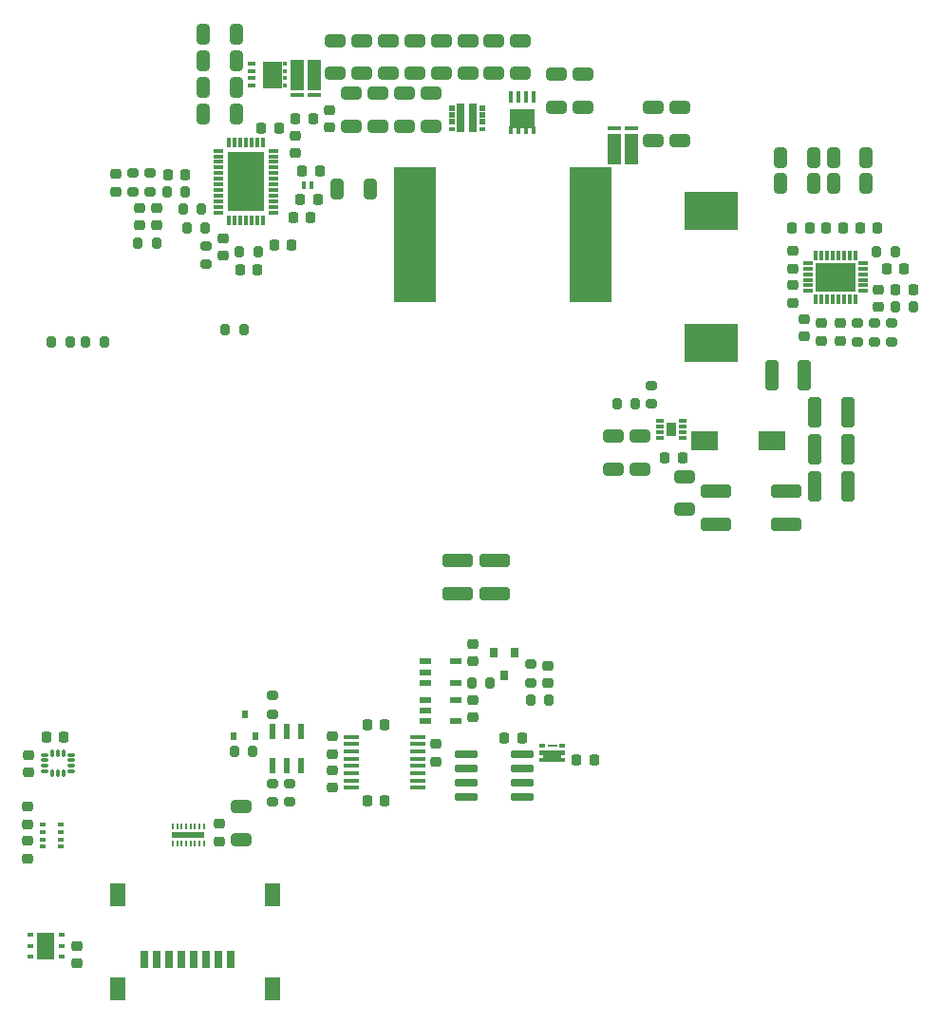
<source format=gbr>
%TF.GenerationSoftware,KiCad,Pcbnew,(6.0.11)*%
%TF.CreationDate,2023-08-29T15:11:37+02:00*%
%TF.ProjectId,walter-feels,77616c74-6572-42d6-9665-656c732e6b69,2.0*%
%TF.SameCoordinates,Original*%
%TF.FileFunction,Paste,Top*%
%TF.FilePolarity,Positive*%
%FSLAX46Y46*%
G04 Gerber Fmt 4.6, Leading zero omitted, Abs format (unit mm)*
G04 Created by KiCad (PCBNEW (6.0.11)) date 2023-08-29 15:11:37*
%MOMM*%
%LPD*%
G01*
G04 APERTURE LIST*
G04 Aperture macros list*
%AMRoundRect*
0 Rectangle with rounded corners*
0 $1 Rounding radius*
0 $2 $3 $4 $5 $6 $7 $8 $9 X,Y pos of 4 corners*
0 Add a 4 corners polygon primitive as box body*
4,1,4,$2,$3,$4,$5,$6,$7,$8,$9,$2,$3,0*
0 Add four circle primitives for the rounded corners*
1,1,$1+$1,$2,$3*
1,1,$1+$1,$4,$5*
1,1,$1+$1,$6,$7*
1,1,$1+$1,$8,$9*
0 Add four rect primitives between the rounded corners*
20,1,$1+$1,$2,$3,$4,$5,0*
20,1,$1+$1,$4,$5,$6,$7,0*
20,1,$1+$1,$6,$7,$8,$9,0*
20,1,$1+$1,$8,$9,$2,$3,0*%
%AMFreePoly0*
4,1,30,2.050035,0.200035,2.050050,0.200000,2.050050,-0.190000,2.050035,-0.190035,2.050000,-0.190050,1.700050,-0.190050,1.700050,-0.459950,2.030000,-0.459950,2.030035,-0.459965,2.030050,-0.460000,2.030050,-0.850000,2.030035,-0.850035,2.030000,-0.850050,-0.250000,-0.850050,-0.250035,-0.850035,-0.250050,-0.850000,-0.250050,-0.460000,-0.250035,-0.459965,-0.250000,-0.459950,0.099950,-0.459950,
0.099950,-0.200000,-0.250000,-0.200000,-0.250000,-0.190050,-0.250035,-0.190035,-0.250050,-0.190000,-0.250050,0.200000,-0.250035,0.200035,-0.250000,0.200050,2.050000,0.200050,2.050035,0.200035,2.050035,0.200035,$1*%
G04 Aperture macros list end*
%ADD10C,0.010000*%
%ADD11RoundRect,0.225000X0.250000X-0.225000X0.250000X0.225000X-0.250000X0.225000X-0.250000X-0.225000X0*%
%ADD12R,0.405000X0.990000*%
%ADD13R,0.405000X0.760000*%
%ADD14R,2.235000X1.725000*%
%ADD15R,1.150000X0.350000*%
%ADD16R,1.150000X2.700000*%
%ADD17RoundRect,0.250000X0.650000X-0.325000X0.650000X0.325000X-0.650000X0.325000X-0.650000X-0.325000X0*%
%ADD18RoundRect,0.225000X0.225000X0.250000X-0.225000X0.250000X-0.225000X-0.250000X0.225000X-0.250000X0*%
%ADD19RoundRect,0.225000X-0.225000X-0.250000X0.225000X-0.250000X0.225000X0.250000X-0.225000X0.250000X0*%
%ADD20RoundRect,0.250000X0.325000X0.650000X-0.325000X0.650000X-0.325000X-0.650000X0.325000X-0.650000X0*%
%ADD21RoundRect,0.250000X1.100000X-0.325000X1.100000X0.325000X-1.100000X0.325000X-1.100000X-0.325000X0*%
%ADD22R,0.300000X0.850000*%
%ADD23R,0.850000X0.300000*%
%ADD24R,3.650000X2.650000*%
%ADD25RoundRect,0.225000X-0.250000X0.225000X-0.250000X-0.225000X0.250000X-0.225000X0.250000X0.225000X0*%
%ADD26RoundRect,0.075000X0.237500X0.075000X-0.237500X0.075000X-0.237500X-0.075000X0.237500X-0.075000X0*%
%ADD27RoundRect,0.075000X0.075000X0.237500X-0.075000X0.237500X-0.075000X-0.237500X0.075000X-0.237500X0*%
%ADD28R,0.800001X0.900001*%
%ADD29RoundRect,0.200000X-0.200000X-0.275000X0.200000X-0.275000X0.200000X0.275000X-0.200000X0.275000X0*%
%ADD30R,1.000000X0.599999*%
%ADD31RoundRect,0.250000X-0.325000X-0.650000X0.325000X-0.650000X0.325000X0.650000X-0.325000X0.650000X0*%
%ADD32RoundRect,0.250000X-0.325000X-1.100000X0.325000X-1.100000X0.325000X1.100000X-0.325000X1.100000X0*%
%ADD33RoundRect,0.250000X-0.650000X0.325000X-0.650000X-0.325000X0.650000X-0.325000X0.650000X0.325000X0*%
%ADD34R,0.750000X0.300000*%
%ADD35R,0.900000X1.300000*%
%ADD36R,0.520000X0.450000*%
%ADD37R,0.520000X0.583000*%
%ADD38R,0.750000X2.520000*%
%ADD39RoundRect,0.200000X0.200000X0.275000X-0.200000X0.275000X-0.200000X-0.275000X0.200000X-0.275000X0*%
%ADD40R,0.530000X1.330000*%
%ADD41RoundRect,0.200000X-0.275000X0.200000X-0.275000X-0.200000X0.275000X-0.200000X0.275000X0.200000X0*%
%ADD42R,0.500000X0.350000*%
%ADD43RoundRect,0.200000X0.275000X-0.200000X0.275000X0.200000X-0.275000X0.200000X-0.275000X-0.200000X0*%
%ADD44FreePoly0,180.000000*%
%ADD45R,0.500000X0.400000*%
%ADD46R,0.920000X0.285000*%
%ADD47R,3.750000X12.100000*%
%ADD48R,1.475000X0.450000*%
%ADD49RoundRect,0.250000X0.325000X1.100000X-0.325000X1.100000X-0.325000X-1.100000X0.325000X-1.100000X0*%
%ADD50R,3.250000X5.250000*%
%ADD51R,4.750000X3.350000*%
%ADD52RoundRect,0.042000X-0.943000X-0.258000X0.943000X-0.258000X0.943000X0.258000X-0.943000X0.258000X0*%
%ADD53R,0.800000X1.500000*%
%ADD54R,1.450000X2.000000*%
%ADD55R,0.600000X0.700000*%
%ADD56R,0.400000X0.700000*%
%ADD57RoundRect,0.250000X-1.100000X0.325000X-1.100000X-0.325000X1.100000X-0.325000X1.100000X0.325000X0*%
%ADD58R,0.200000X0.600000*%
%ADD59R,2.900000X0.500000*%
%ADD60R,0.700000X0.420000*%
%ADD61R,0.450000X0.420000*%
%ADD62R,1.700000X2.370000*%
%ADD63R,0.600000X0.400000*%
%ADD64R,1.500000X2.400000*%
%ADD65R,2.400000X1.800000*%
G04 APERTURE END LIST*
%TO.C,Q5*%
G36*
X144560275Y-131344997D02*
G01*
X143640000Y-131344997D01*
X143640000Y-130604972D01*
X144560275Y-130604972D01*
X144560275Y-131344997D01*
G37*
D10*
X144560275Y-131344997D02*
X143640000Y-131344997D01*
X143640000Y-130604972D01*
X144560275Y-130604972D01*
X144560275Y-131344997D01*
%TD*%
D11*
%TO.C,C20*%
X121217974Y-77180600D03*
X121217974Y-75630600D03*
%TD*%
D12*
%TO.C,Q3*%
X142426374Y-72168700D03*
X141766374Y-72168700D03*
X141106374Y-72168700D03*
X140446374Y-72168700D03*
D13*
X140446374Y-75153700D03*
X141106374Y-75153700D03*
X141766374Y-75153700D03*
X142426374Y-75153700D03*
D14*
X141436374Y-74161200D03*
%TD*%
D15*
%TO.C,R14*%
X149627574Y-74979400D03*
D16*
X149627574Y-76804400D03*
X151177574Y-76804400D03*
D15*
X151177574Y-74979400D03*
%TD*%
D17*
%TO.C,C24*%
X155473400Y-76100200D03*
X155473400Y-73150200D03*
%TD*%
D18*
%TO.C,C43*%
X141382600Y-129362200D03*
X139832600Y-129362200D03*
%TD*%
D19*
%TO.C,C52*%
X146282201Y-131292600D03*
X147832201Y-131292600D03*
%TD*%
D20*
%TO.C,C56*%
X167438600Y-79933800D03*
X164488600Y-79933800D03*
%TD*%
D21*
%TO.C,C1*%
X135690000Y-116459000D03*
X135690000Y-113509000D03*
%TD*%
D22*
%TO.C,U11*%
X167617200Y-90189600D03*
X168117200Y-90189600D03*
X168617200Y-90189600D03*
X169117200Y-90189600D03*
X169617200Y-90189600D03*
X170117200Y-90189600D03*
X170617200Y-90189600D03*
X171117200Y-90189600D03*
D23*
X171817200Y-89489600D03*
X171817200Y-88989600D03*
X171817200Y-88489600D03*
X171817200Y-87989600D03*
X171817200Y-87489600D03*
X171817200Y-86989600D03*
D22*
X171117200Y-86289600D03*
X170617200Y-86289600D03*
X170117200Y-86289600D03*
X169617200Y-86289600D03*
X169117200Y-86289600D03*
X168617200Y-86289600D03*
X168117200Y-86289600D03*
X167617200Y-86289600D03*
D23*
X166917200Y-86989600D03*
X166917200Y-87489600D03*
X166917200Y-87989600D03*
X166917200Y-88489600D03*
X166917200Y-88989600D03*
X166917200Y-89489600D03*
D24*
X169367200Y-88239600D03*
%TD*%
D25*
%TO.C,C45*%
X136982201Y-125934700D03*
X136982201Y-127484700D03*
%TD*%
D26*
%TO.C,U9*%
X101187700Y-132322000D03*
X101187700Y-131822000D03*
X101187700Y-131322000D03*
X101187700Y-130822000D03*
D27*
X100525200Y-130659500D03*
X100025200Y-130659500D03*
X99525200Y-130659500D03*
D26*
X98862700Y-130822000D03*
X98862700Y-131322000D03*
X98862700Y-131822000D03*
X98862700Y-132322000D03*
D27*
X99525200Y-132484500D03*
X100025200Y-132484500D03*
X100525200Y-132484500D03*
%TD*%
D21*
%TO.C,C2*%
X138960000Y-116459000D03*
X138960000Y-113509000D03*
%TD*%
D18*
%TO.C,C64*%
X155711400Y-104394902D03*
X154161400Y-104394902D03*
%TD*%
D28*
%TO.C,D2*%
X140751601Y-121758199D03*
X138851602Y-121758199D03*
X139801601Y-123758201D03*
%TD*%
D25*
%TO.C,C67*%
X173202600Y-89369600D03*
X173202600Y-90919600D03*
%TD*%
D18*
%TO.C,C7*%
X117821374Y-87579200D03*
X116271374Y-87579200D03*
%TD*%
D19*
%TO.C,C16*%
X121001774Y-82905600D03*
X122551774Y-82905600D03*
%TD*%
D29*
%TO.C,R1*%
X99454200Y-94056200D03*
X101104200Y-94056200D03*
%TD*%
D19*
%TO.C,C42*%
X127622001Y-134886442D03*
X129172001Y-134886442D03*
%TD*%
D30*
%TO.C,U6*%
X132762399Y-125934699D03*
X132762399Y-126884700D03*
X132762399Y-127834698D03*
X135512399Y-127834698D03*
X135512399Y-125934699D03*
%TD*%
D18*
%TO.C,C50*%
X100520800Y-129260600D03*
X98970800Y-129260600D03*
%TD*%
D17*
%TO.C,C27*%
X138921774Y-70105800D03*
X138921774Y-67155800D03*
%TD*%
D18*
%TO.C,C13*%
X123186774Y-81330800D03*
X121636774Y-81330800D03*
%TD*%
D31*
%TO.C,C53*%
X169162200Y-79933800D03*
X172112200Y-79933800D03*
%TD*%
D32*
%TO.C,C73*%
X167511200Y-106883200D03*
X170461200Y-106883200D03*
%TD*%
D33*
%TO.C,C30*%
X146846574Y-70127600D03*
X146846574Y-73077600D03*
%TD*%
D19*
%TO.C,C61*%
X168516000Y-83870800D03*
X170066000Y-83870800D03*
%TD*%
D17*
%TO.C,C23*%
X141283974Y-70105800D03*
X141283974Y-67155800D03*
%TD*%
D34*
%TO.C,U12*%
X155711400Y-102543202D03*
X155711400Y-102043202D03*
X155711400Y-101543202D03*
X155711400Y-101043202D03*
X153711400Y-101043202D03*
X153711400Y-101543202D03*
X153711400Y-102043202D03*
X153711400Y-102543202D03*
D35*
X154711400Y-101793202D03*
%TD*%
D29*
%TO.C,R24*%
X149847800Y-99543502D03*
X151497800Y-99543502D03*
%TD*%
D19*
%TO.C,C12*%
X118156974Y-74955400D03*
X119706974Y-74955400D03*
%TD*%
D18*
%TO.C,C41*%
X129172000Y-128130042D03*
X127622000Y-128130042D03*
%TD*%
D20*
%TO.C,C5*%
X115936574Y-73710800D03*
X112986574Y-73710800D03*
%TD*%
D36*
%TO.C,Q1*%
X137898774Y-75066800D03*
D37*
X137898774Y-74349800D03*
X137898774Y-73766800D03*
X137898774Y-73183800D03*
X135118774Y-73183800D03*
X135118774Y-73766800D03*
X135118774Y-74349800D03*
D36*
X135118774Y-75066800D03*
D38*
X135958774Y-74091800D03*
X137058774Y-74091800D03*
%TD*%
D39*
%TO.C,R10*%
X112822774Y-82219800D03*
X111172774Y-82219800D03*
%TD*%
D40*
%TO.C,U3*%
X119126000Y-131801600D03*
X120396000Y-131801600D03*
X121666000Y-131801600D03*
X121666000Y-128751600D03*
X120396000Y-128751600D03*
X119126000Y-128751600D03*
%TD*%
D33*
%TO.C,C26*%
X126221774Y-71829400D03*
X126221774Y-74779400D03*
%TD*%
%TO.C,C29*%
X128583974Y-71829400D03*
X128583974Y-74779400D03*
%TD*%
D41*
%TO.C,R3*%
X106739974Y-78969600D03*
X106739974Y-80619600D03*
%TD*%
D42*
%TO.C,U8*%
X100235800Y-137079200D03*
X100235800Y-137729200D03*
X100235800Y-138379200D03*
X100235800Y-139029200D03*
X98635800Y-139029200D03*
X98635800Y-138379200D03*
X98635800Y-137729200D03*
X98635800Y-137079200D03*
%TD*%
D43*
%TO.C,R27*%
X172872400Y-94017600D03*
X172872400Y-92367600D03*
%TD*%
D44*
%TO.C,Q5*%
X145000000Y-131300000D03*
D45*
X145000000Y-130650000D03*
X145000000Y-130000000D03*
X143200000Y-130000000D03*
X143200000Y-130650000D03*
X143200000Y-131300000D03*
D46*
X144100000Y-130000000D03*
%TD*%
D25*
%TO.C,C3*%
X105215974Y-79069600D03*
X105215974Y-80619600D03*
%TD*%
%TO.C,C51*%
X97434400Y-130822400D03*
X97434400Y-132372400D03*
%TD*%
D32*
%TO.C,C75*%
X167511200Y-100330000D03*
X170461200Y-100330000D03*
%TD*%
D43*
%TO.C,R16*%
X119126000Y-127190000D03*
X119126000Y-125540000D03*
%TD*%
D33*
%TO.C,C35*%
X133308374Y-71829400D03*
X133308374Y-74779400D03*
%TD*%
D17*
%TO.C,C28*%
X127110774Y-70105800D03*
X127110774Y-67155800D03*
%TD*%
D18*
%TO.C,C15*%
X120845000Y-85430000D03*
X119295000Y-85430000D03*
%TD*%
D47*
%TO.C,L1*%
X131883774Y-84455000D03*
X147483774Y-84455000D03*
%TD*%
D39*
%TO.C,R6*%
X108797374Y-85191600D03*
X107147374Y-85191600D03*
%TD*%
D11*
%TO.C,C48*%
X97327600Y-137003000D03*
X97327600Y-135453000D03*
%TD*%
D33*
%TO.C,C62*%
X155905200Y-106018702D03*
X155905200Y-108968702D03*
%TD*%
D29*
%TO.C,R21*%
X142151600Y-125943398D03*
X143801600Y-125943398D03*
%TD*%
D48*
%TO.C,U2*%
X126221000Y-129220800D03*
X126221000Y-129870800D03*
X126221000Y-130520800D03*
X126221000Y-131170800D03*
X126221000Y-131820800D03*
X126221000Y-132470800D03*
X126221000Y-133120800D03*
X126221000Y-133770800D03*
X132097000Y-133770800D03*
X132097000Y-133120800D03*
X132097000Y-132470800D03*
X132097000Y-131820800D03*
X132097000Y-131170800D03*
X132097000Y-130520800D03*
X132097000Y-129870800D03*
X132097000Y-129220800D03*
%TD*%
D19*
%TO.C,C59*%
X171538600Y-83870800D03*
X173088600Y-83870800D03*
%TD*%
D17*
%TO.C,C33*%
X136559574Y-70105800D03*
X136559574Y-67155800D03*
%TD*%
D49*
%TO.C,C76*%
X166600400Y-97028000D03*
X163650400Y-97028000D03*
%TD*%
D11*
%TO.C,C63*%
X165531800Y-87489600D03*
X165531800Y-85939600D03*
%TD*%
D25*
%TO.C,C22*%
X124265974Y-73342200D03*
X124265974Y-74892200D03*
%TD*%
D41*
%TO.C,R20*%
X142189201Y-122769398D03*
X142189201Y-124419398D03*
%TD*%
%TO.C,R26*%
X171348400Y-92366800D03*
X171348400Y-94016800D03*
%TD*%
D25*
%TO.C,C9*%
X108797374Y-82105200D03*
X108797374Y-83655200D03*
%TD*%
D17*
%TO.C,C34*%
X131835174Y-70105800D03*
X131835174Y-67155800D03*
%TD*%
D25*
%TO.C,C66*%
X165531800Y-88989600D03*
X165531800Y-90539600D03*
%TD*%
D19*
%TO.C,C17*%
X121814574Y-78790800D03*
X123364574Y-78790800D03*
%TD*%
D39*
%TO.C,R2*%
X104152200Y-94056200D03*
X102502200Y-94056200D03*
%TD*%
D19*
%TO.C,C69*%
X174713600Y-89369600D03*
X176263600Y-89369600D03*
%TD*%
D39*
%TO.C,R7*%
X117871374Y-86029800D03*
X116221374Y-86029800D03*
%TD*%
D23*
%TO.C,IC1*%
X114346374Y-76980600D03*
X114346374Y-77480600D03*
X114346374Y-77980600D03*
X114346374Y-78480600D03*
X114346374Y-78980600D03*
X114346374Y-79480600D03*
X114346374Y-79980600D03*
X114346374Y-80480600D03*
X114346374Y-80980600D03*
X114346374Y-81480600D03*
X114346374Y-81980600D03*
X114346374Y-82480600D03*
D22*
X115296374Y-83180600D03*
X115796374Y-83180600D03*
X116296374Y-83180600D03*
X116796374Y-83180600D03*
X117296374Y-83180600D03*
X117796374Y-83180600D03*
X118296374Y-83180600D03*
D23*
X119246374Y-82480600D03*
X119246374Y-81980600D03*
X119246374Y-81480600D03*
X119246374Y-80980600D03*
X119246374Y-80480600D03*
X119246374Y-79980600D03*
X119246374Y-79480600D03*
X119246374Y-78980600D03*
X119246374Y-78480600D03*
X119246374Y-77980600D03*
X119246374Y-77480600D03*
X119246374Y-76980600D03*
D22*
X118296374Y-76280600D03*
X117796374Y-76280600D03*
X117296374Y-76280600D03*
X116796374Y-76280600D03*
X116296374Y-76280600D03*
X115796374Y-76280600D03*
X115296374Y-76280600D03*
D50*
X116796374Y-79730600D03*
%TD*%
D43*
%TO.C,R4*%
X108263974Y-80619600D03*
X108263974Y-78969600D03*
%TD*%
D51*
%TO.C,L2*%
X158242000Y-82339600D03*
X158242000Y-94139600D03*
%TD*%
D52*
%TO.C,U4*%
X136442600Y-130786700D03*
X136442600Y-132056700D03*
X136442600Y-133326700D03*
X136442600Y-134596700D03*
X141382600Y-134596700D03*
X141382600Y-133326700D03*
X141382600Y-132056700D03*
X141382600Y-130786700D03*
%TD*%
D25*
%TO.C,C40*%
X133756400Y-129882600D03*
X133756400Y-131432600D03*
%TD*%
D17*
%TO.C,C31*%
X129472974Y-70105800D03*
X129472974Y-67155800D03*
%TD*%
D39*
%TO.C,R11*%
X113152974Y-83845400D03*
X111502974Y-83845400D03*
%TD*%
D41*
%TO.C,R18*%
X120674943Y-133388600D03*
X120674943Y-135038600D03*
%TD*%
D18*
%TO.C,C57*%
X167043400Y-83870800D03*
X165493400Y-83870800D03*
%TD*%
D25*
%TO.C,C39*%
X124460000Y-132231842D03*
X124460000Y-133781842D03*
%TD*%
%TO.C,C68*%
X169824400Y-92366800D03*
X169824400Y-93916800D03*
%TD*%
D29*
%TO.C,R23*%
X174663600Y-90919600D03*
X176313600Y-90919600D03*
%TD*%
%TO.C,R15*%
X115761001Y-130530600D03*
X117411001Y-130530600D03*
%TD*%
D20*
%TO.C,C11*%
X115936574Y-66624200D03*
X112986574Y-66624200D03*
%TD*%
D25*
%TO.C,C38*%
X124460000Y-129209242D03*
X124460000Y-130759242D03*
%TD*%
D33*
%TO.C,C32*%
X130946174Y-71829400D03*
X130946174Y-74779400D03*
%TD*%
D19*
%TO.C,C19*%
X121204974Y-74117200D03*
X122754974Y-74117200D03*
%TD*%
D11*
%TO.C,C44*%
X136982200Y-122517199D03*
X136982200Y-120967199D03*
%TD*%
D18*
%TO.C,C4*%
X111375774Y-79095600D03*
X109825774Y-79095600D03*
%TD*%
D25*
%TO.C,C65*%
X166598600Y-92011200D03*
X166598600Y-93561200D03*
%TD*%
D30*
%TO.C,U5*%
X132762399Y-122519399D03*
X132762399Y-123469400D03*
X132762399Y-124419398D03*
X135512399Y-124419398D03*
X135512399Y-122519399D03*
%TD*%
D11*
%TO.C,C14*%
X114766374Y-86347600D03*
X114766374Y-84797600D03*
%TD*%
D17*
%TO.C,C37*%
X134197374Y-70105800D03*
X134197374Y-67155800D03*
%TD*%
D29*
%TO.C,R5*%
X109724974Y-80619600D03*
X111374974Y-80619600D03*
%TD*%
D33*
%TO.C,C70*%
X151917400Y-102437302D03*
X151917400Y-105387302D03*
%TD*%
D53*
%TO.C,J1*%
X115449200Y-149047900D03*
X114349200Y-149047900D03*
X113249200Y-149047900D03*
X112149200Y-149047900D03*
X111049200Y-149047900D03*
X109949200Y-149047900D03*
X108849200Y-149047900D03*
X107749200Y-149047900D03*
D54*
X119124200Y-151647900D03*
X105374200Y-151647900D03*
X119124200Y-143347900D03*
X105374200Y-143347900D03*
%TD*%
D55*
%TO.C,Q4*%
X115724100Y-129193800D03*
X117624100Y-129193800D03*
X116674100Y-127193800D03*
%TD*%
D11*
%TO.C,C46*%
X143738600Y-124419398D03*
X143738600Y-122869398D03*
%TD*%
D56*
%TO.C,D1*%
X121965774Y-80060800D03*
X122665774Y-80060800D03*
%TD*%
D32*
%TO.C,C74*%
X167511200Y-103606600D03*
X170461200Y-103606600D03*
%TD*%
D41*
%TO.C,R8*%
X113242374Y-85458800D03*
X113242374Y-87108800D03*
%TD*%
D25*
%TO.C,C49*%
X97327600Y-138498400D03*
X97327600Y-140048400D03*
%TD*%
%TO.C,C6*%
X107273374Y-82105200D03*
X107273374Y-83655200D03*
%TD*%
D29*
%TO.C,R19*%
X136919200Y-124419398D03*
X138569200Y-124419398D03*
%TD*%
D17*
%TO.C,C25*%
X124748574Y-70105800D03*
X124748574Y-67155800D03*
%TD*%
D57*
%TO.C,C58*%
X158724600Y-107339502D03*
X158724600Y-110289502D03*
%TD*%
D33*
%TO.C,C77*%
X116337800Y-135449500D03*
X116337800Y-138399500D03*
%TD*%
D20*
%TO.C,C10*%
X115936574Y-68986400D03*
X112986574Y-68986400D03*
%TD*%
D58*
%TO.C,U13*%
X110249200Y-138715900D03*
X110649200Y-138715900D03*
X111049200Y-138715900D03*
X111449200Y-138715900D03*
X111849200Y-138715900D03*
X112249200Y-138715900D03*
X112649200Y-138715900D03*
X113049200Y-138715900D03*
X113049200Y-137215900D03*
X112649200Y-137215900D03*
X112249200Y-137215900D03*
X111849200Y-137215900D03*
X111449200Y-137215900D03*
X111049200Y-137215900D03*
X110649200Y-137215900D03*
X110249200Y-137215900D03*
D59*
X111649200Y-137965900D03*
%TD*%
D18*
%TO.C,C60*%
X175450800Y-87553800D03*
X173900800Y-87553800D03*
%TD*%
D25*
%TO.C,C71*%
X168122600Y-92366800D03*
X168122600Y-93916800D03*
%TD*%
D29*
%TO.C,R22*%
X173038000Y-86004400D03*
X174688000Y-86004400D03*
%TD*%
D20*
%TO.C,C55*%
X167438600Y-77571600D03*
X164488600Y-77571600D03*
%TD*%
D41*
%TO.C,R28*%
X174396400Y-92367600D03*
X174396400Y-94017600D03*
%TD*%
D31*
%TO.C,C54*%
X169162200Y-77571600D03*
X172112200Y-77571600D03*
%TD*%
D41*
%TO.C,R17*%
X119126000Y-133388600D03*
X119126000Y-135038600D03*
%TD*%
D25*
%TO.C,C47*%
X101720730Y-147853400D03*
X101720730Y-149403400D03*
%TD*%
D15*
%TO.C,R13*%
X122907374Y-72030600D03*
D16*
X122907374Y-70205600D03*
X121357374Y-70205600D03*
D15*
X121357374Y-72030600D03*
%TD*%
D33*
%TO.C,C79*%
X149555200Y-102437302D03*
X149555200Y-105387302D03*
%TD*%
D43*
%TO.C,R25*%
X152958800Y-99543502D03*
X152958800Y-97893502D03*
%TD*%
D31*
%TO.C,C18*%
X124949974Y-80365600D03*
X127899974Y-80365600D03*
%TD*%
D29*
%TO.C,R12*%
X114922800Y-92964000D03*
X116572800Y-92964000D03*
%TD*%
D25*
%TO.C,C78*%
X114382000Y-136987700D03*
X114382000Y-138537700D03*
%TD*%
D17*
%TO.C,C21*%
X153111200Y-76100200D03*
X153111200Y-73150200D03*
%TD*%
D60*
%TO.C,Q2*%
X117296374Y-69230600D03*
X117296374Y-69880600D03*
X117296374Y-70530600D03*
X117296374Y-71180600D03*
D61*
X120221374Y-71180600D03*
X120221374Y-70530600D03*
X120221374Y-69880600D03*
X120221374Y-69230600D03*
D62*
X119146374Y-70205600D03*
%TD*%
D57*
%TO.C,C72*%
X164998400Y-107339502D03*
X164998400Y-110289502D03*
%TD*%
D33*
%TO.C,C36*%
X144484374Y-70127600D03*
X144484374Y-73077600D03*
%TD*%
D20*
%TO.C,C8*%
X115936574Y-71348600D03*
X112986574Y-71348600D03*
%TD*%
D63*
%TO.C,U7*%
X97526730Y-146903400D03*
X97526730Y-147853400D03*
X97526730Y-148803400D03*
X100326730Y-148803400D03*
X100326730Y-147853400D03*
X100326730Y-146903400D03*
D64*
X98926730Y-147853400D03*
%TD*%
D65*
%TO.C,L3*%
X163705800Y-102820102D03*
X157705800Y-102820102D03*
%TD*%
M02*

</source>
